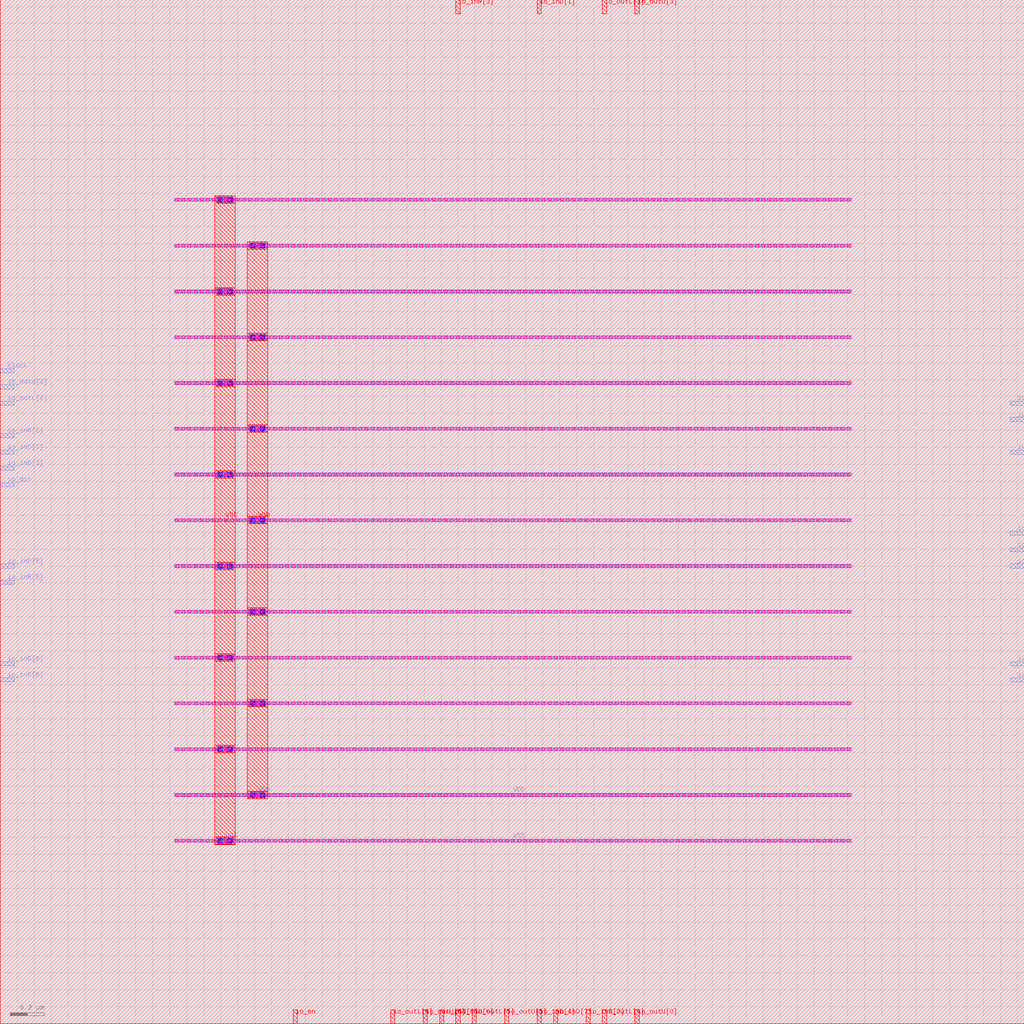
<source format=lef>
VERSION 5.8 ;
BUSBITCHARS "[]" ;
DIVIDERCHAR "/" ;
UNITS
    DATABASE MICRONS 1000 ;
END UNITS

VIA PE_via1_2_3996_18_1_111_36_36
  VIARULE M2_M1 ;
  CUTSIZE 0.018 0.018 ;
  LAYERS M1 V1 M2 ;
  CUTSPACING 0.018 0.018 ;
  ENCLOSURE 0 0 0.002 0 ;
  ROWCOL 1 111 ;
END PE_via1_2_3996_18_1_111_36_36

VIA PE_VIA23_1_3_36_36
    LAYER M2 ;
      RECT  -0.05 -0.009 0.05 0.009 ;
    LAYER M3 ;
      RECT  -0.045 -0.014 0.045 0.014 ;
    LAYER V2 ;
      RECT  0.027 -0.009 0.045 0.009 ;
      RECT  -0.009 -0.009 0.009 0.009 ;
      RECT  -0.045 -0.009 -0.027 0.009 ;
END PE_VIA23_1_3_36_36

VIA PE_VIA34_1_2_58_52
    LAYER M3 ;
      RECT  -0.04 -0.017 0.04 0.017 ;
    LAYER M4 ;
      RECT  -0.046 -0.012 0.046 0.012 ;
    LAYER V3 ;
      RECT  0.017 -0.012 0.035 0.012 ;
      RECT  -0.035 -0.012 -0.017 0.012 ;
END PE_VIA34_1_2_58_52

VIA PE_VIA45_1_2_58_58
    LAYER M4 ;
      RECT  -0.052 -0.012 0.052 0.012 ;
    LAYER M5 ;
      RECT  -0.06 -0.023 0.06 0.023 ;
    LAYER V4 ;
      RECT  0.017 -0.012 0.041 0.012 ;
      RECT  -0.041 -0.012 -0.017 0.012 ;
END PE_VIA45_1_2_58_58

MACRO PE
  FOREIGN PE 0 0 ;
  CLASS BLOCK ;
  SIZE 6.04 BY 6.04 ;
  PIN VDD
    USE POWER ;
    DIRECTION INOUT ;
    PORT
      LAYER M5 ;
        RECT  1.458 1.327 1.578 4.613 ;
      LAYER M2 ;
        RECT  1.026 4.581 5.022 4.599 ;
        RECT  1.026 4.041 5.022 4.059 ;
        RECT  1.026 3.501 5.022 3.519 ;
        RECT  1.026 2.961 5.022 2.979 ;
        RECT  1.026 2.421 5.022 2.439 ;
        RECT  1.026 1.881 5.022 1.899 ;
        RECT  1.026 1.341 5.022 1.359 ;
      LAYER M1 ;
        RECT  1.026 4.581 5.022 4.599 ;
        RECT  1.026 4.041 5.022 4.059 ;
        RECT  1.026 3.501 5.022 3.519 ;
        RECT  1.026 2.961 5.022 2.979 ;
        RECT  1.026 2.421 5.022 2.439 ;
        RECT  1.026 1.881 5.022 1.899 ;
        RECT  1.026 1.341 5.022 1.359 ;
      VIA 1.518 4.59 PE_VIA45_1_2_58_58 ;
      LAYER M3 ;
        RECT  1.473 4.573 1.563 4.607 ;
      VIA 1.518 4.59 PE_VIA34_1_2_58_52 ;
      VIA 1.518 4.59 PE_VIA23_1_3_36_36 ;
      VIA 1.518 4.05 PE_VIA45_1_2_58_58 ;
      LAYER M3 ;
        RECT  1.473 4.033 1.563 4.067 ;
      VIA 1.518 4.05 PE_VIA34_1_2_58_52 ;
      VIA 1.518 4.05 PE_VIA23_1_3_36_36 ;
      VIA 1.518 3.51 PE_VIA45_1_2_58_58 ;
      LAYER M3 ;
        RECT  1.473 3.493 1.563 3.527 ;
      VIA 1.518 3.51 PE_VIA34_1_2_58_52 ;
      VIA 1.518 3.51 PE_VIA23_1_3_36_36 ;
      VIA 1.518 2.97 PE_VIA45_1_2_58_58 ;
      LAYER M3 ;
        RECT  1.473 2.953 1.563 2.987 ;
      VIA 1.518 2.97 PE_VIA34_1_2_58_52 ;
      VIA 1.518 2.97 PE_VIA23_1_3_36_36 ;
      VIA 1.518 2.43 PE_VIA45_1_2_58_58 ;
      LAYER M3 ;
        RECT  1.473 2.413 1.563 2.447 ;
      VIA 1.518 2.43 PE_VIA34_1_2_58_52 ;
      VIA 1.518 2.43 PE_VIA23_1_3_36_36 ;
      VIA 1.518 1.89 PE_VIA45_1_2_58_58 ;
      LAYER M3 ;
        RECT  1.473 1.873 1.563 1.907 ;
      VIA 1.518 1.89 PE_VIA34_1_2_58_52 ;
      VIA 1.518 1.89 PE_VIA23_1_3_36_36 ;
      VIA 1.518 1.35 PE_VIA45_1_2_58_58 ;
      LAYER M3 ;
        RECT  1.473 1.333 1.563 1.367 ;
      VIA 1.518 1.35 PE_VIA34_1_2_58_52 ;
      VIA 1.518 1.35 PE_VIA23_1_3_36_36 ;
      VIA 3.024 4.59 PE_via1_2_3996_18_1_111_36_36 ;
      VIA 3.024 4.05 PE_via1_2_3996_18_1_111_36_36 ;
      VIA 3.024 3.51 PE_via1_2_3996_18_1_111_36_36 ;
      VIA 3.024 2.97 PE_via1_2_3996_18_1_111_36_36 ;
      VIA 3.024 2.43 PE_via1_2_3996_18_1_111_36_36 ;
      VIA 3.024 1.89 PE_via1_2_3996_18_1_111_36_36 ;
      VIA 3.024 1.35 PE_via1_2_3996_18_1_111_36_36 ;
    END
  END VDD
  PIN VSS
    USE GROUND ;
    DIRECTION INOUT ;
    PORT
      LAYER M5 ;
        RECT  1.266 1.057 1.386 4.883 ;
      LAYER M2 ;
        RECT  1.026 4.851 5.022 4.869 ;
        RECT  1.026 4.311 5.022 4.329 ;
        RECT  1.026 3.771 5.022 3.789 ;
        RECT  1.026 3.231 5.022 3.249 ;
        RECT  1.026 2.691 5.022 2.709 ;
        RECT  1.026 2.151 5.022 2.169 ;
        RECT  1.026 1.611 5.022 1.629 ;
        RECT  1.026 1.071 5.022 1.089 ;
      LAYER M1 ;
        RECT  1.026 4.851 5.022 4.869 ;
        RECT  1.026 4.311 5.022 4.329 ;
        RECT  1.026 3.771 5.022 3.789 ;
        RECT  1.026 3.231 5.022 3.249 ;
        RECT  1.026 2.691 5.022 2.709 ;
        RECT  1.026 2.151 5.022 2.169 ;
        RECT  1.026 1.611 5.022 1.629 ;
        RECT  1.026 1.071 5.022 1.089 ;
      VIA 1.326 4.86 PE_VIA45_1_2_58_58 ;
      LAYER M3 ;
        RECT  1.281 4.843 1.371 4.877 ;
      VIA 1.326 4.86 PE_VIA34_1_2_58_52 ;
      VIA 1.326 4.86 PE_VIA23_1_3_36_36 ;
      VIA 1.326 4.32 PE_VIA45_1_2_58_58 ;
      LAYER M3 ;
        RECT  1.281 4.303 1.371 4.337 ;
      VIA 1.326 4.32 PE_VIA34_1_2_58_52 ;
      VIA 1.326 4.32 PE_VIA23_1_3_36_36 ;
      VIA 1.326 3.78 PE_VIA45_1_2_58_58 ;
      LAYER M3 ;
        RECT  1.281 3.763 1.371 3.797 ;
      VIA 1.326 3.78 PE_VIA34_1_2_58_52 ;
      VIA 1.326 3.78 PE_VIA23_1_3_36_36 ;
      VIA 1.326 3.24 PE_VIA45_1_2_58_58 ;
      LAYER M3 ;
        RECT  1.281 3.223 1.371 3.257 ;
      VIA 1.326 3.24 PE_VIA34_1_2_58_52 ;
      VIA 1.326 3.24 PE_VIA23_1_3_36_36 ;
      VIA 1.326 2.7 PE_VIA45_1_2_58_58 ;
      LAYER M3 ;
        RECT  1.281 2.683 1.371 2.717 ;
      VIA 1.326 2.7 PE_VIA34_1_2_58_52 ;
      VIA 1.326 2.7 PE_VIA23_1_3_36_36 ;
      VIA 1.326 2.16 PE_VIA45_1_2_58_58 ;
      LAYER M3 ;
        RECT  1.281 2.143 1.371 2.177 ;
      VIA 1.326 2.16 PE_VIA34_1_2_58_52 ;
      VIA 1.326 2.16 PE_VIA23_1_3_36_36 ;
      VIA 1.326 1.62 PE_VIA45_1_2_58_58 ;
      LAYER M3 ;
        RECT  1.281 1.603 1.371 1.637 ;
      VIA 1.326 1.62 PE_VIA34_1_2_58_52 ;
      VIA 1.326 1.62 PE_VIA23_1_3_36_36 ;
      VIA 1.326 1.08 PE_VIA45_1_2_58_58 ;
      LAYER M3 ;
        RECT  1.281 1.063 1.371 1.097 ;
      VIA 1.326 1.08 PE_VIA34_1_2_58_52 ;
      VIA 1.326 1.08 PE_VIA23_1_3_36_36 ;
      VIA 3.024 4.86 PE_via1_2_3996_18_1_111_36_36 ;
      VIA 3.024 4.32 PE_via1_2_3996_18_1_111_36_36 ;
      VIA 3.024 3.78 PE_via1_2_3996_18_1_111_36_36 ;
      VIA 3.024 3.24 PE_via1_2_3996_18_1_111_36_36 ;
      VIA 3.024 2.7 PE_via1_2_3996_18_1_111_36_36 ;
      VIA 3.024 2.16 PE_via1_2_3996_18_1_111_36_36 ;
      VIA 3.024 1.62 PE_via1_2_3996_18_1_111_36_36 ;
      VIA 3.024 1.08 PE_via1_2_3996_18_1_111_36_36 ;
    END
  END VSS
  PIN clock
    DIRECTION INPUT ;
    USE SIGNAL ;
    PORT
      LAYER M4 ;
        RECT  0 3.84 0.084 3.864 ;
    END
  END clock
  PIN io_dir
    DIRECTION INPUT ;
    USE SIGNAL ;
    PORT
      LAYER M4 ;
        RECT  0 3.168 0.084 3.192 ;
    END
  END io_dir
  PIN io_en
    DIRECTION INPUT ;
    USE SIGNAL ;
    PORT
      LAYER M5 ;
        RECT  1.728 0 1.752 0.084 ;
    END
  END io_en
  PIN io_inD[0]
    DIRECTION INPUT ;
    USE SIGNAL ;
    PORT
      LAYER M5 ;
        RECT  2.688 0 2.712 0.084 ;
    END
  END io_inD[0]
  PIN io_inD[1]
    DIRECTION INPUT ;
    USE SIGNAL ;
    PORT
      LAYER M5 ;
        RECT  3.168 5.956 3.192 6.04 ;
    END
  END io_inD[1]
  PIN io_inD[2]
    DIRECTION INPUT ;
    USE SIGNAL ;
    PORT
      LAYER M4 ;
        RECT  0 3.264 0.084 3.288 ;
    END
  END io_inD[2]
  PIN io_inD[3]
    DIRECTION INPUT ;
    USE SIGNAL ;
    PORT
      LAYER M4 ;
        RECT  0 3.36 0.084 3.384 ;
    END
  END io_inD[3]
  PIN io_inD[4]
    DIRECTION INPUT ;
    USE SIGNAL ;
    PORT
      LAYER M5 ;
        RECT  3.168 0 3.192 0.084 ;
    END
  END io_inD[4]
  PIN io_inD[5]
    DIRECTION INPUT ;
    USE SIGNAL ;
    PORT
      LAYER M4 ;
        RECT  0 2.688 0.084 2.712 ;
    END
  END io_inD[5]
  PIN io_inD[6]
    DIRECTION INPUT ;
    USE SIGNAL ;
    PORT
      LAYER M4 ;
        RECT  0 2.112 0.084 2.136 ;
    END
  END io_inD[6]
  PIN io_inD[7]
    DIRECTION INPUT ;
    USE SIGNAL ;
    PORT
      LAYER M5 ;
        RECT  3.264 0 3.288 0.084 ;
    END
  END io_inD[7]
  PIN io_inR[0]
    DIRECTION INPUT ;
    USE SIGNAL ;
    PORT
      LAYER M5 ;
        RECT  2.592 0 2.616 0.084 ;
    END
  END io_inR[0]
  PIN io_inR[1]
    DIRECTION INPUT ;
    USE SIGNAL ;
    PORT
      LAYER M4 ;
        RECT  5.956 3.36 6.04 3.384 ;
    END
  END io_inR[1]
  PIN io_inR[2]
    DIRECTION INPUT ;
    USE SIGNAL ;
    PORT
      LAYER M4 ;
        RECT  0 3.456 0.084 3.48 ;
    END
  END io_inR[2]
  PIN io_inR[3]
    DIRECTION INPUT ;
    USE SIGNAL ;
    PORT
      LAYER M5 ;
        RECT  2.688 5.956 2.712 6.04 ;
    END
  END io_inR[3]
  PIN io_inR[4]
    DIRECTION INPUT ;
    USE SIGNAL ;
    PORT
      LAYER M4 ;
        RECT  5.956 2.784 6.04 2.808 ;
    END
  END io_inR[4]
  PIN io_inR[5]
    DIRECTION INPUT ;
    USE SIGNAL ;
    PORT
      LAYER M4 ;
        RECT  0 2.592 0.084 2.616 ;
    END
  END io_inR[5]
  PIN io_inR[6]
    DIRECTION INPUT ;
    USE SIGNAL ;
    PORT
      LAYER M4 ;
        RECT  0 2.016 0.084 2.04 ;
    END
  END io_inR[6]
  PIN io_inR[7]
    DIRECTION INPUT ;
    USE SIGNAL ;
    PORT
      LAYER M5 ;
        RECT  3.456 0 3.48 0.084 ;
    END
  END io_inR[7]
  PIN io_outL[0]
    DIRECTION OUTPUT ;
    USE SIGNAL ;
    PORT
      LAYER M5 ;
        RECT  3.552 0 3.576 0.084 ;
    END
  END io_outL[0]
  PIN io_outL[1]
    DIRECTION OUTPUT ;
    USE SIGNAL ;
    PORT
      LAYER M4 ;
        RECT  5.956 3.552 6.04 3.576 ;
    END
  END io_outL[1]
  PIN io_outL[2]
    DIRECTION OUTPUT ;
    USE SIGNAL ;
    PORT
      LAYER M4 ;
        RECT  0 3.648 0.084 3.672 ;
    END
  END io_outL[2]
  PIN io_outL[3]
    DIRECTION OUTPUT ;
    USE SIGNAL ;
    PORT
      LAYER M5 ;
        RECT  3.552 5.956 3.576 6.04 ;
    END
  END io_outL[3]
  PIN io_outL[4]
    DIRECTION OUTPUT ;
    USE SIGNAL ;
    PORT
      LAYER M4 ;
        RECT  5.956 2.688 6.04 2.712 ;
    END
  END io_outL[4]
  PIN io_outL[5]
    DIRECTION OUTPUT ;
    USE SIGNAL ;
    PORT
      LAYER M5 ;
        RECT  2.784 0 2.808 0.084 ;
    END
  END io_outL[5]
  PIN io_outL[6]
    DIRECTION OUTPUT ;
    USE SIGNAL ;
    PORT
      LAYER M5 ;
        RECT  2.304 0 2.328 0.084 ;
    END
  END io_outL[6]
  PIN io_outL[7]
    DIRECTION OUTPUT ;
    USE SIGNAL ;
    PORT
      LAYER M4 ;
        RECT  5.956 2.016 6.04 2.04 ;
    END
  END io_outL[7]
  PIN io_outU[0]
    DIRECTION OUTPUT ;
    USE SIGNAL ;
    PORT
      LAYER M5 ;
        RECT  3.744 0 3.768 0.084 ;
    END
  END io_outU[0]
  PIN io_outU[1]
    DIRECTION OUTPUT ;
    USE SIGNAL ;
    PORT
      LAYER M4 ;
        RECT  5.956 3.648 6.04 3.672 ;
    END
  END io_outU[1]
  PIN io_outU[2]
    DIRECTION OUTPUT ;
    USE SIGNAL ;
    PORT
      LAYER M4 ;
        RECT  0 3.744 0.084 3.768 ;
    END
  END io_outU[2]
  PIN io_outU[3]
    DIRECTION OUTPUT ;
    USE SIGNAL ;
    PORT
      LAYER M5 ;
        RECT  3.744 5.956 3.768 6.04 ;
    END
  END io_outU[3]
  PIN io_outU[4]
    DIRECTION OUTPUT ;
    USE SIGNAL ;
    PORT
      LAYER M4 ;
        RECT  5.956 2.88 6.04 2.904 ;
    END
  END io_outU[4]
  PIN io_outU[5]
    DIRECTION OUTPUT ;
    USE SIGNAL ;
    PORT
      LAYER M5 ;
        RECT  2.976 0 3 0.084 ;
    END
  END io_outU[5]
  PIN io_outU[6]
    DIRECTION OUTPUT ;
    USE SIGNAL ;
    PORT
      LAYER M5 ;
        RECT  2.496 0 2.52 0.084 ;
    END
  END io_outU[6]
  PIN io_outU[7]
    DIRECTION OUTPUT ;
    USE SIGNAL ;
    PORT
      LAYER M4 ;
        RECT  5.956 2.112 6.04 2.136 ;
    END
  END io_outU[7]
  OBS
    LAYER M1 ;
     RECT  0 0 6.04 6.04 ;
    LAYER M2 ;
     RECT  0 0 6.04 6.04 ;
    LAYER M3 ;
     RECT  0 0 6.04 6.04 ;
    LAYER M4 ;
     RECT  0 0 6.04 6.04 ;
    LAYER M5 ;
     RECT  0 0 6.04 6.04 ;
  END
END PE
END LIBRARY

</source>
